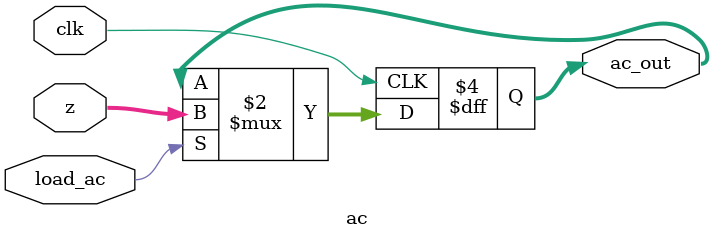
<source format=sv>

module ac(input logic clk, load_ac, input logic signed [7:0] z,
	output logic signed [7:0] ac_out);
	
	always_ff@(posedge clk) begin
		if(load_ac) begin
			ac_out <= z;
		end
	end 
endmodule


</source>
